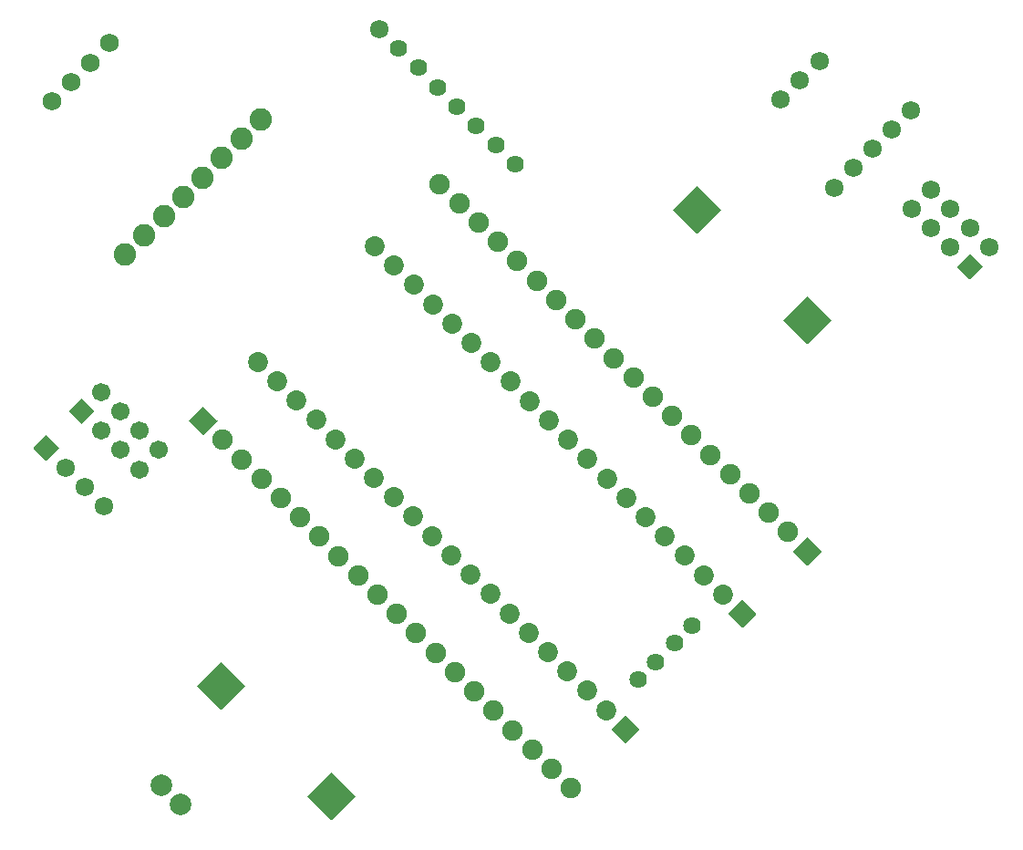
<source format=gbs>
G04 Layer: BottomSolderMaskLayer*
G04 EasyEDA v6.5.9, 2022-07-20 21:00:06*
G04 675a4c6cb2ae45bbbec233c6ba45e6eb,48182110fa554b5a8835cd683ef60cbf,10*
G04 Gerber Generator version 0.2*
G04 Scale: 100 percent, Rotated: No, Reflected: No *
G04 Dimensions in millimeters *
G04 leading zeros omitted , absolute positions ,4 integer and 5 decimal *
%FSLAX45Y45*%
%MOMM*%

%ADD10C,1.7232*%
%ADD11C,2.0033*%
%ADD12C,1.7232*%
%ADD13C,1.7516*%
%ADD14C,2.0828*%
%ADD15C,1.8542*%
%ADD16C,1.6256*%
%ADD17C,1.7016*%
%ADD18C,1.6216*%
%ADD19C,1.9016*%
%ADD20C,0.0129*%

%LPD*%
G36*
X4356381Y1936150D02*
G01*
X4353333Y1937166D01*
X4350793Y1939198D01*
X4350765Y1939036D01*
X4243324Y2046731D01*
X4243313Y2046678D01*
X4241281Y2049218D01*
X4240265Y2052266D01*
X4240265Y2055314D01*
X4241281Y2058362D01*
X4243313Y2060902D01*
X4243324Y2060955D01*
X4350765Y2168397D01*
X4350793Y2168380D01*
X4353333Y2170412D01*
X4356381Y2171428D01*
X4359429Y2171428D01*
X4362477Y2170412D01*
X4365017Y2168380D01*
X4364990Y2168397D01*
X4472686Y2060955D01*
X4472495Y2060902D01*
X4474527Y2058362D01*
X4475543Y2055314D01*
X4475543Y2052266D01*
X4474527Y2049218D01*
X4472495Y2046678D01*
X4472686Y2046731D01*
X4364990Y1939036D01*
X4365017Y1939198D01*
X4362477Y1937166D01*
X4359429Y1936150D01*
G37*
D10*
G01*
X4537506Y2233396D03*
G01*
X4178300Y2233396D03*
G01*
X4357903Y2413000D03*
G01*
X3998696Y2413000D03*
G01*
X4178300Y2592603D03*
G01*
X3998696Y2772206D03*
G01*
X3819093Y2592603D03*
D11*
G01*
X-2970885Y-2934614D03*
G01*
X-3150488Y-2755011D03*
D10*
G01*
X3813606Y3508806D03*
G01*
X3634003Y3329203D03*
G01*
X3454400Y3149600D03*
G01*
X3274796Y2969996D03*
G01*
X3095193Y2790393D03*
D12*
G01*
X2601696Y3604996D03*
G01*
X2960903Y3964203D03*
G01*
X2781300Y3784600D03*
D13*
G01*
X-4168394Y3591483D03*
G01*
X-3988790Y3771087D03*
G01*
X-3809187Y3950690D03*
G01*
X-3629405Y4130116D03*
G36*
X1822528Y2360355D02*
G01*
X1819480Y2361371D01*
X1816940Y2363403D01*
X1816862Y2363215D01*
X1604771Y2575560D01*
X1604810Y2575534D01*
X1602778Y2578074D01*
X1601762Y2581122D01*
X1601762Y2584170D01*
X1602778Y2587218D01*
X1604810Y2589758D01*
X1604771Y2589784D01*
X1816862Y2801873D01*
X1816940Y2801889D01*
X1819480Y2803921D01*
X1822528Y2804937D01*
X1825576Y2804937D01*
X1828624Y2803921D01*
X1831164Y2801889D01*
X1831339Y2801873D01*
X2043429Y2589784D01*
X2043295Y2589758D01*
X2045327Y2587218D01*
X2046343Y2584170D01*
X2046343Y2581122D01*
X2045327Y2578074D01*
X2043295Y2575534D01*
X2043429Y2575560D01*
X1831339Y2363215D01*
X1831164Y2363403D01*
X1828624Y2361371D01*
X1825576Y2360355D01*
G37*
G36*
X2847822Y1335062D02*
G01*
X2844774Y1336078D01*
X2842234Y1338110D01*
X2842259Y1338071D01*
X2629915Y1550162D01*
X2630103Y1550240D01*
X2628071Y1552780D01*
X2627055Y1555828D01*
X2627055Y1558876D01*
X2628071Y1561924D01*
X2630103Y1564464D01*
X2629915Y1564639D01*
X2842259Y1776729D01*
X2842234Y1776595D01*
X2844774Y1778627D01*
X2847822Y1779643D01*
X2850870Y1779643D01*
X2853918Y1778627D01*
X2856458Y1776595D01*
X2856484Y1776729D01*
X3068574Y1564639D01*
X3068589Y1564464D01*
X3070621Y1561924D01*
X3071637Y1558876D01*
X3071637Y1555828D01*
X3070621Y1552780D01*
X3068589Y1550240D01*
X3068574Y1550162D01*
X2856484Y1338071D01*
X2856458Y1338110D01*
X2853918Y1336078D01*
X2850870Y1335062D01*
G37*
G36*
X-1571594Y-3084355D02*
G01*
X-1574642Y-3083339D01*
X-1577182Y-3081307D01*
X-1577339Y-3081273D01*
X-1789429Y-2869184D01*
X-1789315Y-2869176D01*
X-1791347Y-2866636D01*
X-1792363Y-2863588D01*
X-1792363Y-2860540D01*
X-1791347Y-2857492D01*
X-1789315Y-2854952D01*
X-1789429Y-2854960D01*
X-1577339Y-2642870D01*
X-1577182Y-2642821D01*
X-1574642Y-2640789D01*
X-1571594Y-2639773D01*
X-1568546Y-2639773D01*
X-1565498Y-2640789D01*
X-1562958Y-2642821D01*
X-1562862Y-2642870D01*
X-1350771Y-2854960D01*
X-1350827Y-2854952D01*
X-1348795Y-2857492D01*
X-1347779Y-2860540D01*
X-1347779Y-2863588D01*
X-1348795Y-2866636D01*
X-1350827Y-2869176D01*
X-1350771Y-2869184D01*
X-1562862Y-3081273D01*
X-1562958Y-3081307D01*
X-1565498Y-3083339D01*
X-1568546Y-3084355D01*
G37*
G36*
X-2596888Y-2059063D02*
G01*
X-2599936Y-2058047D01*
X-2602476Y-2056015D01*
X-2602484Y-2056129D01*
X-2814573Y-1844039D01*
X-2814607Y-1843882D01*
X-2816639Y-1841342D01*
X-2817655Y-1838294D01*
X-2817655Y-1835246D01*
X-2816639Y-1832198D01*
X-2814607Y-1829658D01*
X-2814573Y-1829562D01*
X-2602484Y-1617471D01*
X-2602476Y-1617527D01*
X-2599936Y-1615495D01*
X-2596888Y-1614479D01*
X-2593840Y-1614479D01*
X-2590792Y-1615495D01*
X-2588260Y-1617471D01*
X-2376170Y-1829562D01*
X-2376121Y-1829658D01*
X-2374089Y-1832198D01*
X-2373073Y-1835246D01*
X-2373073Y-1838294D01*
X-2374089Y-1841342D01*
X-2376121Y-1843882D01*
X-2376170Y-1844039D01*
X-2588252Y-2056015D01*
X-2590792Y-2058047D01*
X-2593840Y-2059063D01*
G37*
D14*
G01*
X-3486124Y2165375D03*
G01*
X-3306521Y2344978D03*
G01*
X-3126917Y2524582D03*
G01*
X-2947288Y2704185D03*
G01*
X-2767685Y2883788D03*
G01*
X-2588082Y3063417D03*
G01*
X-2408478Y3243021D03*
G01*
X-2228875Y3422624D03*
G36*
X2243533Y-1294343D02*
G01*
X2240485Y-1293327D01*
X2237945Y-1291295D01*
X2237993Y-1291336D01*
X2121154Y-1174750D01*
X2121202Y-1174551D01*
X2119170Y-1172011D01*
X2118154Y-1168963D01*
X2118154Y-1165915D01*
X2119170Y-1162867D01*
X2121202Y-1160327D01*
X2121154Y-1160271D01*
X2237993Y-1043431D01*
X2237945Y-1043584D01*
X2240485Y-1041552D01*
X2243533Y-1040536D01*
X2246581Y-1040536D01*
X2249629Y-1041552D01*
X2252169Y-1043584D01*
X2252218Y-1043431D01*
X2369058Y-1160271D01*
X2368913Y-1160327D01*
X2370945Y-1162867D01*
X2371961Y-1165915D01*
X2371961Y-1168963D01*
X2370945Y-1172011D01*
X2368913Y-1174551D01*
X2369058Y-1174750D01*
X2252218Y-1291336D01*
X2252169Y-1291295D01*
X2249629Y-1293327D01*
X2246581Y-1294343D01*
G37*
D15*
G01*
X2065451Y-987831D03*
G01*
X1885848Y-808228D03*
G01*
X1706245Y-628624D03*
G01*
X1526641Y-449021D03*
G01*
X1347038Y-269417D03*
G01*
X1167434Y-89814D03*
G01*
X987831Y89788D03*
G01*
X808228Y269417D03*
G01*
X628624Y449021D03*
G01*
X449021Y628624D03*
G01*
X269417Y808228D03*
G01*
X89814Y987831D03*
G01*
X-89788Y1167434D03*
G01*
X-269417Y1347038D03*
G01*
X-449021Y1526641D03*
G01*
X-628624Y1706245D03*
G01*
X-808228Y1885848D03*
G01*
X-987831Y2065451D03*
G01*
X-1167434Y2245055D03*
G36*
X1159581Y-2367526D02*
G01*
X1156533Y-2366510D01*
X1153993Y-2364478D01*
X1153921Y-2364486D01*
X1037081Y-2247900D01*
X1037249Y-2247734D01*
X1035217Y-2245194D01*
X1034201Y-2242146D01*
X1034201Y-2239098D01*
X1035217Y-2236050D01*
X1037249Y-2233510D01*
X1037081Y-2233421D01*
X1153921Y-2116581D01*
X1153993Y-2116767D01*
X1156533Y-2114735D01*
X1159581Y-2113719D01*
X1162629Y-2113719D01*
X1165677Y-2114735D01*
X1168217Y-2116767D01*
X1168400Y-2116581D01*
X1284986Y-2233421D01*
X1284960Y-2233510D01*
X1286992Y-2236050D01*
X1288008Y-2239098D01*
X1288008Y-2242146D01*
X1286992Y-2245194D01*
X1284960Y-2247734D01*
X1284986Y-2247900D01*
X1168400Y-2364486D01*
X1168217Y-2364478D01*
X1165677Y-2366510D01*
X1162629Y-2367526D01*
G37*
G01*
X981481Y-2061032D03*
G01*
X801878Y-1881428D03*
G01*
X622274Y-1701825D03*
G01*
X442671Y-1522196D03*
G01*
X263067Y-1342593D03*
G01*
X83464Y-1162989D03*
G01*
X-96138Y-983386D03*
G01*
X-275742Y-803782D03*
G01*
X-455345Y-624179D03*
G01*
X-634949Y-444576D03*
G01*
X-814552Y-264972D03*
G01*
X-994155Y-85369D03*
G01*
X-1173759Y94234D03*
G01*
X-1353388Y273837D03*
G01*
X-1532991Y453440D03*
G01*
X-1712595Y633044D03*
G01*
X-1892198Y812647D03*
G01*
X-2071801Y992251D03*
G01*
X-2251405Y1171879D03*
D16*
G01*
X1778101Y-1275206D03*
G01*
X1616455Y-1436852D03*
G01*
X1436852Y-1616455D03*
G01*
X1275206Y-1778101D03*
G36*
X-3890571Y594789D02*
G01*
X-3892095Y595297D01*
X-3893365Y596313D01*
X-3893312Y596392D01*
X-4006595Y709421D01*
X-4006502Y709449D01*
X-4007518Y710719D01*
X-4008026Y712243D01*
X-4008026Y713767D01*
X-4007518Y715291D01*
X-4006502Y716561D01*
X-4006595Y716534D01*
X-3893365Y829698D01*
X-3892095Y830714D01*
X-3890571Y831222D01*
X-3889047Y831222D01*
X-3887523Y830714D01*
X-3886253Y829698D01*
X-3886200Y829818D01*
X-3773170Y716534D01*
X-3773116Y716561D01*
X-3772100Y715291D01*
X-3771592Y713767D01*
X-3771592Y712243D01*
X-3772100Y710719D01*
X-3773116Y709449D01*
X-3773170Y709421D01*
X-3886200Y596392D01*
X-3886253Y596313D01*
X-3887523Y595297D01*
X-3889047Y594789D01*
G37*
D17*
G01*
X-3710203Y892606D03*
G01*
X-3710203Y533400D03*
G01*
X-3530600Y713003D03*
G01*
X-3530600Y353796D03*
G01*
X-3350996Y533400D03*
G01*
X-3350996Y174193D03*
G01*
X-3171393Y353796D03*
G36*
X-4220631Y253367D02*
G01*
X-4223679Y254383D01*
X-4226219Y256415D01*
X-4226305Y256286D01*
X-4333747Y363728D01*
X-4333699Y363895D01*
X-4335731Y366435D01*
X-4336747Y369483D01*
X-4336747Y372531D01*
X-4335731Y375579D01*
X-4333699Y378119D01*
X-4333747Y378205D01*
X-4226305Y485647D01*
X-4226219Y485599D01*
X-4223679Y487631D01*
X-4220631Y488647D01*
X-4217583Y488647D01*
X-4214535Y487631D01*
X-4211995Y485599D01*
X-4211828Y485647D01*
X-4104386Y378205D01*
X-4104515Y378119D01*
X-4102483Y375579D01*
X-4101467Y372531D01*
X-4101467Y369483D01*
X-4102483Y366435D01*
X-4104515Y363895D01*
X-4104386Y363728D01*
X-4211828Y256286D01*
X-4211995Y256415D01*
X-4214535Y254383D01*
X-4217583Y253367D01*
G37*
D10*
G01*
X-4039488Y191388D03*
G01*
X-3859885Y11785D03*
G01*
X-3680282Y-167817D03*
D12*
G01*
X-1123924Y4260824D03*
D18*
G01*
X-944321Y4081221D03*
G01*
X-764717Y3901617D03*
G01*
X-585088Y3721988D03*
G01*
X-405485Y3542385D03*
G01*
X-225882Y3362782D03*
G01*
X-46278Y3183178D03*
G01*
X133324Y3003575D03*
D19*
G01*
X652145Y-2785745D03*
G01*
X472541Y-2606141D03*
G01*
X292938Y-2426538D03*
G01*
X113334Y-2246934D03*
G01*
X-66268Y-2067331D03*
G01*
X-245871Y-1887728D03*
G01*
X-425475Y-1708124D03*
G01*
X-605078Y-1528521D03*
G01*
X-784682Y-1348917D03*
G01*
X-964285Y-1169314D03*
G01*
X-1143888Y-989711D03*
G01*
X-1323517Y-810082D03*
G01*
X-1503121Y-630478D03*
G01*
X-1682724Y-450875D03*
G01*
X-1862328Y-271271D03*
G01*
X-2041931Y-91668D03*
G01*
X-2221534Y87934D03*
G01*
X-2401138Y267538D03*
G01*
X-2580741Y447141D03*
G36*
X-2761109Y494390D02*
G01*
X-2762633Y494898D01*
X-2763903Y495914D01*
X-2764028Y495807D01*
X-2891281Y623062D01*
X-2891182Y623191D01*
X-2892198Y624461D01*
X-2892706Y625985D01*
X-2892706Y627509D01*
X-2892198Y629033D01*
X-2891182Y630303D01*
X-2891281Y630428D01*
X-2764028Y757681D01*
X-2763903Y757582D01*
X-2762633Y758598D01*
X-2761109Y759106D01*
X-2759585Y759106D01*
X-2758061Y758598D01*
X-2756791Y757582D01*
X-2756662Y757681D01*
X-2629407Y630428D01*
X-2629514Y630303D01*
X-2628498Y629033D01*
X-2627990Y627509D01*
X-2627990Y625985D01*
X-2628498Y624461D01*
X-2629514Y623191D01*
X-2629407Y623062D01*
X-2756662Y495807D01*
X-2756791Y495914D01*
X-2758061Y494898D01*
X-2759585Y494390D01*
G37*
G01*
X-563245Y2823845D03*
G01*
X-383641Y2644241D03*
G01*
X-204038Y2464638D03*
G01*
X-24434Y2285034D03*
G01*
X155168Y2105431D03*
G01*
X334771Y1925828D03*
G01*
X514375Y1746224D03*
G01*
X693978Y1566621D03*
G01*
X873582Y1387017D03*
G01*
X1053211Y1207388D03*
G01*
X1232814Y1027785D03*
G01*
X1412417Y848182D03*
G01*
X1592021Y668578D03*
G01*
X1771624Y488975D03*
G01*
X1951227Y309371D03*
G01*
X2130831Y129768D03*
G01*
X2310434Y-49834D03*
G01*
X2490038Y-229438D03*
G01*
X2669641Y-409041D03*
G36*
X2848485Y-721006D02*
G01*
X2846961Y-720498D01*
X2845691Y-719482D01*
X2845561Y-719581D01*
X2718308Y-592328D01*
X2718414Y-592203D01*
X2717398Y-590933D01*
X2716890Y-589409D01*
X2716890Y-587885D01*
X2717398Y-586361D01*
X2718414Y-585091D01*
X2718308Y-584962D01*
X2845561Y-457707D01*
X2845691Y-457814D01*
X2846961Y-456798D01*
X2848485Y-456290D01*
X2850009Y-456290D01*
X2851533Y-456798D01*
X2852803Y-457814D01*
X2852927Y-457707D01*
X2980181Y-584962D01*
X2980082Y-585091D01*
X2981098Y-586361D01*
X2981606Y-587885D01*
X2981606Y-589409D01*
X2981098Y-590933D01*
X2980082Y-592203D01*
X2980181Y-592328D01*
X2852927Y-719581D01*
X2852803Y-719482D01*
X2851533Y-720498D01*
X2850009Y-721006D01*
G37*
M02*

</source>
